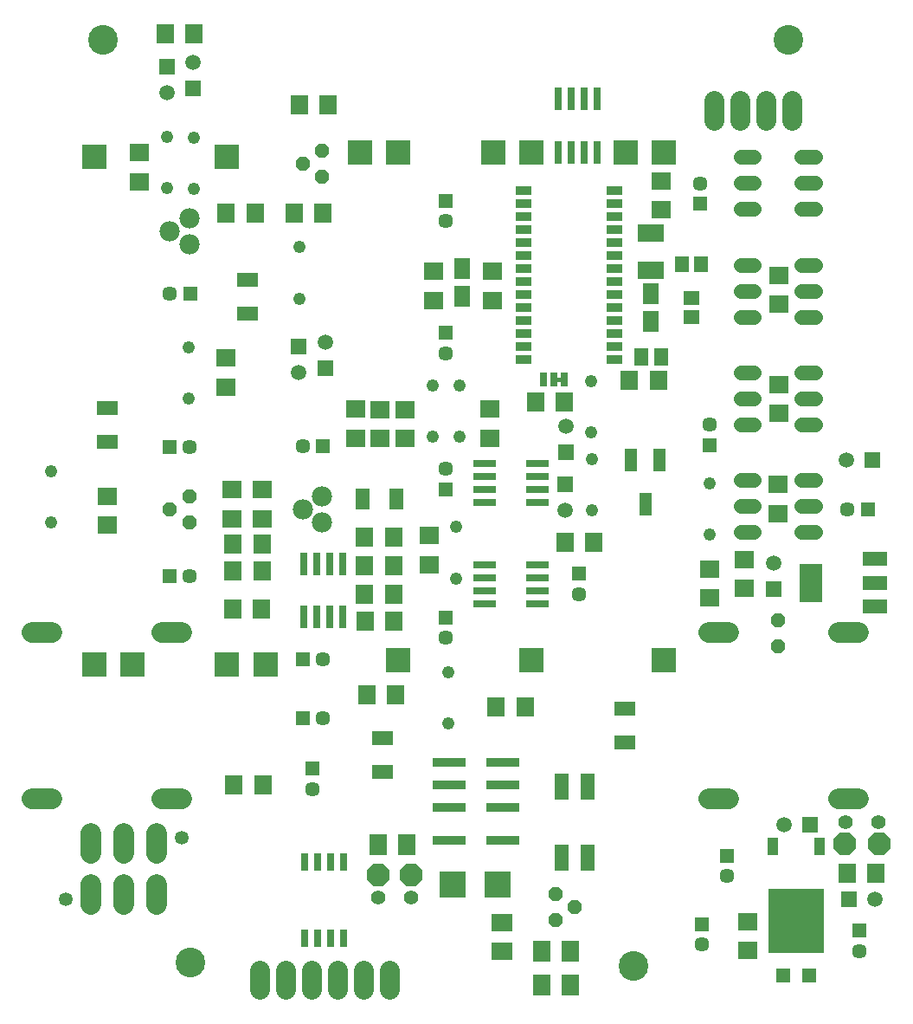
<source format=gbr>
G04 EAGLE Gerber X2 export*
%TF.Part,Single*%
%TF.FileFunction,Soldermask,Top,1*%
%TF.FilePolarity,Positive*%
%TF.GenerationSoftware,Autodesk,EAGLE,9.2.0*%
%TF.CreationDate,2018-10-30T13:39:26Z*%
G75*
%MOMM*%
%FSLAX34Y34*%
%LPD*%
%INSoldermask Top*%
%IPPOS*%
%AMOC8*
5,1,8,0,0,1.08239X$1,22.5*%
G01*
%ADD10C,1.244600*%
%ADD11R,1.451600X1.451600*%
%ADD12C,1.451600*%
%ADD13R,1.601600X1.401600*%
%ADD14R,1.401600X1.601600*%
%ADD15R,1.601600X2.051600*%
%ADD16R,1.401600X1.701600*%
%ADD17C,1.509600*%
%ADD18R,1.509600X1.509600*%
%ADD19R,0.701600X2.301600*%
%ADD20R,2.336800X1.320800*%
%ADD21R,2.301600X3.701600*%
%ADD22R,2.351600X2.351600*%
%ADD23R,2.501600X1.801600*%
%ADD24C,1.981200*%
%ADD25P,1.539592X8X112.500000*%
%ADD26R,1.701600X1.904600*%
%ADD27R,1.904600X1.701600*%
%ADD28C,1.422400*%
%ADD29R,1.524000X0.812800*%
%ADD30R,1.168400X2.286000*%
%ADD31R,0.635000X1.651000*%
%ADD32R,1.101600X1.701600*%
%ADD33R,5.501600X6.301600*%
%ADD34R,1.901600X1.701600*%
%ADD35R,1.701600X2.101600*%
%ADD36R,3.201600X0.901600*%
%ADD37R,1.371600X2.641600*%
%ADD38R,2.101600X1.701600*%
%ADD39P,2.446851X8X22.500000*%
%ADD40C,2.051600*%
%ADD41C,1.981200*%
%ADD42R,2.311400X0.711200*%
%ADD43R,2.501600X2.501600*%
%ADD44R,1.371600X1.371600*%
%ADD45C,2.901600*%
%ADD46P,1.539592X8X292.500000*%
%ADD47R,0.736600X1.371600*%
%ADD48R,1.701600X1.901600*%
%ADD49C,1.401600*%
%ADD50C,1.351600*%
%ADD51R,2.133600X1.371600*%
%ADD52R,1.371600X2.133600*%

G36*
X538050Y626107D02*
X538050Y626107D01*
X538116Y626109D01*
X538159Y626127D01*
X538206Y626135D01*
X538263Y626169D01*
X538323Y626194D01*
X538358Y626225D01*
X538399Y626250D01*
X538441Y626301D01*
X538489Y626345D01*
X538511Y626387D01*
X538540Y626424D01*
X538561Y626486D01*
X538592Y626545D01*
X538600Y626599D01*
X538612Y626636D01*
X538611Y626676D01*
X538619Y626730D01*
X538619Y629270D01*
X538608Y629335D01*
X538606Y629401D01*
X538588Y629444D01*
X538580Y629491D01*
X538546Y629548D01*
X538521Y629608D01*
X538490Y629643D01*
X538465Y629684D01*
X538414Y629726D01*
X538370Y629774D01*
X538328Y629796D01*
X538291Y629825D01*
X538229Y629846D01*
X538170Y629877D01*
X538116Y629885D01*
X538079Y629897D01*
X538039Y629896D01*
X537985Y629904D01*
X534175Y629904D01*
X534110Y629893D01*
X534044Y629891D01*
X534001Y629873D01*
X533954Y629865D01*
X533897Y629831D01*
X533837Y629806D01*
X533802Y629775D01*
X533761Y629750D01*
X533720Y629699D01*
X533671Y629655D01*
X533649Y629613D01*
X533620Y629576D01*
X533599Y629514D01*
X533568Y629455D01*
X533560Y629401D01*
X533548Y629364D01*
X533548Y629361D01*
X533549Y629324D01*
X533541Y629270D01*
X533541Y626730D01*
X533552Y626665D01*
X533554Y626599D01*
X533572Y626556D01*
X533580Y626509D01*
X533614Y626452D01*
X533639Y626392D01*
X533670Y626357D01*
X533695Y626316D01*
X533746Y626275D01*
X533790Y626226D01*
X533832Y626204D01*
X533869Y626175D01*
X533931Y626154D01*
X533990Y626123D01*
X534044Y626115D01*
X534081Y626103D01*
X534121Y626104D01*
X534175Y626096D01*
X537985Y626096D01*
X538050Y626107D01*
G37*
D10*
X427300Y291875D03*
X427300Y341875D03*
D11*
X837850Y501050D03*
D12*
X817850Y501050D03*
D13*
X665400Y689000D03*
X665400Y708000D03*
D14*
X656200Y741084D03*
X675200Y741084D03*
D10*
X173700Y659750D03*
X173700Y609750D03*
X152200Y815100D03*
X152200Y865100D03*
D11*
X154850Y562250D03*
D12*
X174850Y562250D03*
D11*
X154804Y436179D03*
D12*
X174804Y436179D03*
D11*
X674200Y799900D03*
D12*
X674200Y819900D03*
D11*
X425050Y521000D03*
D12*
X425050Y541000D03*
D11*
X304950Y562850D03*
D12*
X284950Y562850D03*
D11*
X175000Y712400D03*
D12*
X155000Y712400D03*
D10*
X567600Y626600D03*
X567600Y576600D03*
X282100Y707350D03*
X282100Y757350D03*
D15*
X626083Y684750D03*
X626083Y712250D03*
D10*
X438300Y572450D03*
X438300Y622450D03*
D11*
X424850Y802850D03*
D12*
X424850Y782850D03*
D15*
X441180Y709400D03*
X441180Y736900D03*
D16*
X636083Y650600D03*
X616083Y650600D03*
D10*
X178300Y864600D03*
X178300Y814600D03*
D17*
X845300Y119850D03*
D18*
X819900Y119850D03*
D17*
X746300Y448500D03*
D18*
X746300Y423100D03*
D19*
X572850Y902300D03*
X560150Y902300D03*
X547450Y902300D03*
X534750Y902300D03*
X534750Y850300D03*
X547450Y850300D03*
X560150Y850300D03*
X572850Y850300D03*
D20*
X844688Y406336D03*
X844688Y429450D03*
X844688Y452564D03*
D21*
X782710Y429450D03*
D22*
X508750Y850000D03*
X471250Y850000D03*
X508750Y354000D03*
X378750Y850000D03*
X341250Y850000D03*
X378750Y354000D03*
X638750Y850000D03*
X601250Y850000D03*
X638750Y354000D03*
D23*
X626083Y771500D03*
X626083Y734500D03*
D24*
X174100Y760650D03*
X155050Y773350D03*
X174100Y786050D03*
D25*
X304050Y852000D03*
X285000Y839300D03*
X304050Y826600D03*
X174100Y514150D03*
X155050Y501450D03*
X174100Y488750D03*
D24*
X304100Y488300D03*
X285050Y501000D03*
X304100Y513700D03*
D26*
X604930Y627400D03*
X633370Y627400D03*
D27*
X412900Y705446D03*
X412900Y733886D03*
X635551Y822220D03*
X635551Y793780D03*
X209950Y649220D03*
X209950Y620780D03*
D26*
X310320Y896400D03*
X281880Y896400D03*
X178870Y966050D03*
X150430Y966050D03*
D27*
X125200Y821680D03*
X125200Y850120D03*
D26*
X210380Y790550D03*
X238820Y790550D03*
D27*
X245900Y520721D03*
X245900Y492281D03*
X216300Y492281D03*
X216300Y520721D03*
X751304Y594942D03*
X751304Y623382D03*
X94050Y514320D03*
X94050Y485880D03*
D26*
X276680Y790550D03*
X305120Y790550D03*
D27*
X337000Y599220D03*
X337000Y570780D03*
X749793Y496945D03*
X749793Y525385D03*
X751304Y701611D03*
X751304Y730051D03*
D26*
X474145Y307800D03*
X502585Y307800D03*
X374220Y417850D03*
X345780Y417850D03*
D27*
X470550Y705446D03*
X470550Y733886D03*
X385000Y598886D03*
X385000Y570446D03*
D28*
X773396Y635400D02*
X786604Y635400D01*
X786604Y610000D02*
X773396Y610000D01*
X773396Y584600D02*
X786604Y584600D01*
X726604Y584600D02*
X713396Y584600D01*
X713396Y610000D02*
X726604Y610000D01*
X726604Y635400D02*
X713396Y635400D01*
X773396Y530400D02*
X786604Y530400D01*
X786604Y505000D02*
X773396Y505000D01*
X773396Y479600D02*
X786604Y479600D01*
X726604Y479600D02*
X713396Y479600D01*
X713396Y505000D02*
X726604Y505000D01*
X726604Y530400D02*
X713396Y530400D01*
X773396Y740400D02*
X786604Y740400D01*
X786604Y715000D02*
X773396Y715000D01*
X773396Y689600D02*
X786604Y689600D01*
X726604Y689600D02*
X713396Y689600D01*
X713396Y715000D02*
X726604Y715000D01*
X726604Y740400D02*
X713396Y740400D01*
D29*
X590550Y711200D03*
X590550Y698500D03*
X590550Y736600D03*
X501650Y711200D03*
X590550Y685800D03*
X590550Y723900D03*
X590550Y774700D03*
X501650Y762000D03*
X501650Y698500D03*
X590550Y647700D03*
X501650Y647700D03*
X590550Y673100D03*
X501650Y749300D03*
X501650Y736600D03*
X501650Y723900D03*
X501650Y685800D03*
X501650Y673100D03*
X590550Y660400D03*
X501650Y660400D03*
X501650Y800100D03*
X501650Y787400D03*
X501650Y774700D03*
X590550Y812800D03*
X501650Y812800D03*
X590550Y800100D03*
X590550Y787400D03*
X590550Y762000D03*
X590550Y749300D03*
D17*
X177800Y938000D03*
D18*
X177800Y912600D03*
D17*
X152400Y908600D03*
D18*
X152400Y934000D03*
D17*
X281450Y635350D03*
D18*
X281450Y660750D03*
D17*
X307400Y664750D03*
D18*
X307400Y639350D03*
D30*
X634300Y549900D03*
X620300Y505900D03*
X606300Y549900D03*
D27*
X361000Y570446D03*
X361000Y598886D03*
D10*
X412000Y571950D03*
X412000Y621950D03*
D26*
X345780Y474161D03*
X374220Y474161D03*
D10*
X682900Y476600D03*
X682900Y526600D03*
D17*
X542600Y582650D03*
D18*
X542600Y557250D03*
D17*
X541800Y500100D03*
D18*
X541800Y525500D03*
D28*
X713396Y794600D02*
X726604Y794600D01*
X726604Y820000D02*
X713396Y820000D01*
X713396Y845400D02*
X726604Y845400D01*
X773396Y845400D02*
X786604Y845400D01*
X786604Y820000D02*
X773396Y820000D01*
X773396Y794600D02*
X786604Y794600D01*
D22*
X211250Y350000D03*
X248750Y350000D03*
X211250Y846000D03*
D11*
X555100Y438150D03*
D12*
X555100Y418150D03*
D11*
X424675Y395500D03*
D12*
X424675Y375500D03*
D31*
X325200Y156334D03*
X312500Y156334D03*
X299800Y156334D03*
X287100Y156334D03*
X287100Y82166D03*
X299800Y82166D03*
X312500Y82166D03*
X325200Y82166D03*
D25*
X750000Y367300D03*
X750000Y392700D03*
D32*
X791100Y171700D03*
X745500Y171700D03*
D33*
X768300Y98700D03*
D34*
X720800Y97850D03*
X720800Y69850D03*
D35*
X387200Y173150D03*
X359200Y173150D03*
D36*
X481200Y177900D03*
X481200Y209900D03*
X481200Y231900D03*
X481200Y253900D03*
X428200Y177900D03*
X428200Y209900D03*
X428200Y231900D03*
X428200Y253900D03*
D37*
X538100Y160500D03*
X563500Y160500D03*
X563500Y230500D03*
X538100Y230500D03*
D35*
X518850Y69650D03*
X546850Y69650D03*
X546950Y36000D03*
X518950Y36000D03*
D38*
X480200Y97750D03*
X480200Y69750D03*
D39*
X358850Y144200D03*
X391200Y144200D03*
D40*
X40050Y218850D02*
X20550Y218850D01*
X20550Y381150D02*
X40050Y381150D01*
X147550Y218850D02*
X167050Y218850D01*
X167050Y381150D02*
X147550Y381150D01*
X809750Y381150D02*
X829250Y381150D01*
X829250Y218850D02*
X809750Y218850D01*
X702250Y381150D02*
X682750Y381150D01*
X682750Y218850D02*
X702250Y218850D01*
D41*
X687100Y881702D02*
X687100Y900498D01*
X712500Y900498D02*
X712500Y881702D01*
X737900Y881702D02*
X737900Y900498D01*
X763300Y900498D02*
X763300Y881702D01*
X243250Y50848D02*
X243250Y32052D01*
X268650Y32052D02*
X268650Y50848D01*
X294050Y50848D02*
X294050Y32052D01*
X319450Y32052D02*
X319450Y50848D01*
X344850Y50848D02*
X344850Y32052D01*
X370250Y32052D02*
X370250Y50848D01*
D11*
X675750Y95800D03*
D12*
X675750Y75800D03*
D11*
X829450Y89350D03*
D12*
X829450Y69350D03*
D34*
X683400Y414550D03*
X683400Y442550D03*
D17*
X755800Y193200D03*
D18*
X781200Y193200D03*
D17*
X817200Y549400D03*
D18*
X842600Y549400D03*
D22*
X81250Y350000D03*
X118750Y350000D03*
X81250Y846000D03*
D42*
X462788Y446950D03*
X462788Y434250D03*
X462788Y421550D03*
X462788Y408850D03*
X515112Y408850D03*
X515112Y421550D03*
X515112Y434250D03*
X515112Y446950D03*
X462788Y546100D03*
X462788Y533400D03*
X462788Y520700D03*
X462788Y508000D03*
X515112Y508000D03*
X515112Y520700D03*
X515112Y533400D03*
X515112Y546100D03*
D39*
X815150Y174000D03*
X848900Y174000D03*
D43*
X475650Y135000D03*
X431650Y135000D03*
D44*
X780700Y45500D03*
X755300Y45500D03*
D45*
X90000Y960000D03*
X760000Y960000D03*
D10*
X38650Y538250D03*
X38650Y488250D03*
D46*
X532550Y99900D03*
X551600Y112600D03*
X532550Y125300D03*
D11*
X683550Y564050D03*
D12*
X683550Y584050D03*
D26*
X541170Y605850D03*
X512730Y605850D03*
D27*
X409000Y475585D03*
X409000Y447145D03*
D26*
X374220Y446000D03*
X345780Y446000D03*
D11*
X425350Y673950D03*
D12*
X425350Y653950D03*
D10*
X435100Y483875D03*
X435100Y433875D03*
D26*
X570000Y469000D03*
X541560Y469000D03*
D10*
X567900Y500650D03*
X567900Y550650D03*
D34*
X717000Y424000D03*
X717000Y452000D03*
D11*
X700550Y162750D03*
D12*
X700550Y142750D03*
D26*
X245000Y404000D03*
X216560Y404000D03*
D45*
X609000Y55000D03*
X175000Y58000D03*
D27*
X468000Y599220D03*
X468000Y570780D03*
D47*
X520840Y628000D03*
X531000Y628000D03*
X541160Y628000D03*
D48*
X818000Y146000D03*
X846000Y146000D03*
D49*
X359000Y122000D03*
X391000Y122000D03*
X816000Y196000D03*
X848000Y196000D03*
D40*
X78000Y135000D02*
X78000Y115500D01*
X110000Y115500D02*
X110000Y135000D01*
X142000Y135000D02*
X142000Y115500D01*
X142000Y165000D02*
X142000Y184500D01*
X110000Y184500D02*
X110000Y165000D01*
X78000Y165000D02*
X78000Y184500D01*
D50*
X53000Y120000D03*
X167000Y180000D03*
D11*
X295000Y248000D03*
D12*
X295000Y228000D03*
D26*
X347780Y320000D03*
X376220Y320000D03*
X217780Y232000D03*
X246220Y232000D03*
X245220Y467000D03*
X216780Y467000D03*
X245220Y441000D03*
X216780Y441000D03*
D11*
X285000Y297000D03*
D12*
X305000Y297000D03*
D11*
X285000Y355000D03*
D12*
X305000Y355000D03*
D48*
X346000Y392000D03*
X374000Y392000D03*
D19*
X298650Y396000D03*
X298650Y448000D03*
X285950Y396000D03*
X311350Y396000D03*
X324050Y396000D03*
X285950Y448000D03*
X311350Y448000D03*
X324050Y448000D03*
D51*
X231000Y692490D03*
X231000Y725510D03*
X94000Y600510D03*
X94000Y567490D03*
D52*
X376510Y511000D03*
X343490Y511000D03*
D51*
X363000Y277510D03*
X363000Y244490D03*
X600000Y306510D03*
X600000Y273490D03*
M02*

</source>
